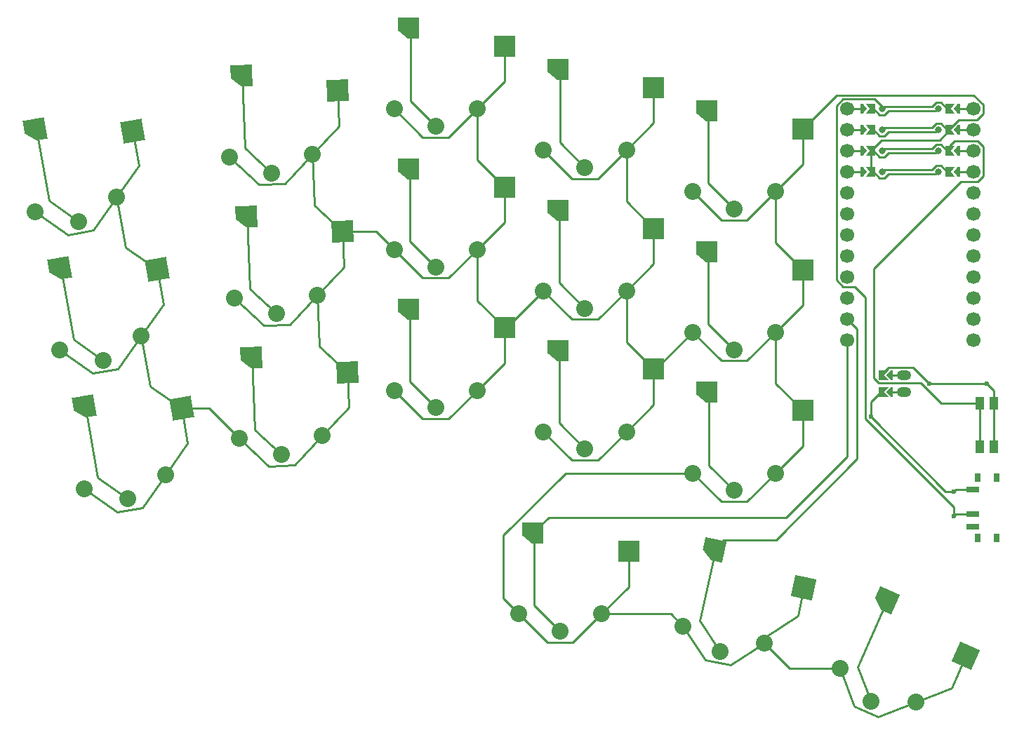
<source format=gbr>
%TF.GenerationSoftware,KiCad,Pcbnew,8.0.1*%
%TF.CreationDate,2024-05-06T14:57:41+03:00*%
%TF.ProjectId,new_ready_splayer_pcb,6e65775f-7265-4616-9479-5f73706c6179,v1.0.0*%
%TF.SameCoordinates,Original*%
%TF.FileFunction,Copper,L2,Bot*%
%TF.FilePolarity,Positive*%
%FSLAX46Y46*%
G04 Gerber Fmt 4.6, Leading zero omitted, Abs format (unit mm)*
G04 Created by KiCad (PCBNEW 8.0.1) date 2024-05-06 14:57:41*
%MOMM*%
%LPD*%
G01*
G04 APERTURE LIST*
G04 Aperture macros list*
%AMRotRect*
0 Rectangle, with rotation*
0 The origin of the aperture is its center*
0 $1 length*
0 $2 width*
0 $3 Rotation angle, in degrees counterclockwise*
0 Add horizontal line*
21,1,$1,$2,0,0,$3*%
%AMFreePoly0*
4,1,6,1.300000,-1.300000,-0.050000,-1.300000,-1.300000,-0.250000,-1.300000,1.300000,1.300000,1.300000,1.300000,-1.300000,1.300000,-1.300000,$1*%
%AMFreePoly1*
4,1,6,0.500000,-0.625000,-0.650000,-0.625000,-0.150000,0.000000,-0.650000,0.625000,0.500000,0.625000,0.500000,-0.625000,0.500000,-0.625000,$1*%
%AMFreePoly2*
4,1,6,0.250000,0.000000,-0.250000,-0.625000,-0.500000,-0.625000,-0.500000,0.625000,-0.250000,0.625000,0.250000,0.000000,0.250000,0.000000,$1*%
%AMFreePoly3*
4,1,6,0.600000,-1.000000,0.000000,-0.400000,-0.600000,-1.000000,-0.600000,0.250000,0.600000,0.250000,0.600000,-1.000000,0.600000,-1.000000,$1*%
%AMFreePoly4*
4,1,6,0.600000,-0.200000,0.600000,-0.400000,-0.600000,-0.400000,-0.600000,-0.200000,0.000000,0.400000,0.600000,-0.200000,0.600000,-0.200000,$1*%
G04 Aperture macros list end*
%TA.AperFunction,ComponentPad*%
%ADD10C,2.032000*%
%TD*%
%TA.AperFunction,SMDPad,CuDef*%
%ADD11FreePoly0,0.000000*%
%TD*%
%TA.AperFunction,SMDPad,CuDef*%
%ADD12R,2.600000X2.600000*%
%TD*%
%TA.AperFunction,ComponentPad*%
%ADD13C,0.600000*%
%TD*%
%TA.AperFunction,SMDPad,CuDef*%
%ADD14FreePoly1,0.000000*%
%TD*%
%TA.AperFunction,ComponentPad*%
%ADD15C,0.800000*%
%TD*%
%TA.AperFunction,SMDPad,CuDef*%
%ADD16FreePoly2,180.000000*%
%TD*%
%TA.AperFunction,ComponentPad*%
%ADD17C,1.700000*%
%TD*%
%TA.AperFunction,SMDPad,CuDef*%
%ADD18FreePoly2,0.000000*%
%TD*%
%TA.AperFunction,SMDPad,CuDef*%
%ADD19FreePoly1,180.000000*%
%TD*%
%TA.AperFunction,SMDPad,CuDef*%
%ADD20R,1.000000X1.550000*%
%TD*%
%TA.AperFunction,SMDPad,CuDef*%
%ADD21R,0.800000X1.000000*%
%TD*%
%TA.AperFunction,SMDPad,CuDef*%
%ADD22R,1.500000X0.700000*%
%TD*%
%TA.AperFunction,SMDPad,CuDef*%
%ADD23FreePoly3,90.000000*%
%TD*%
%TA.AperFunction,ComponentPad*%
%ADD24O,1.750000X1.200000*%
%TD*%
%TA.AperFunction,SMDPad,CuDef*%
%ADD25FreePoly4,90.000000*%
%TD*%
%TA.AperFunction,SMDPad,CuDef*%
%ADD26FreePoly0,10.000000*%
%TD*%
%TA.AperFunction,SMDPad,CuDef*%
%ADD27RotRect,2.600000X2.600000X10.000000*%
%TD*%
%TA.AperFunction,SMDPad,CuDef*%
%ADD28FreePoly0,348.000000*%
%TD*%
%TA.AperFunction,SMDPad,CuDef*%
%ADD29RotRect,2.600000X2.600000X348.000000*%
%TD*%
%TA.AperFunction,SMDPad,CuDef*%
%ADD30FreePoly0,2.000000*%
%TD*%
%TA.AperFunction,SMDPad,CuDef*%
%ADD31RotRect,2.600000X2.600000X2.000000*%
%TD*%
%TA.AperFunction,SMDPad,CuDef*%
%ADD32FreePoly0,336.000000*%
%TD*%
%TA.AperFunction,SMDPad,CuDef*%
%ADD33RotRect,2.600000X2.600000X336.000000*%
%TD*%
%TA.AperFunction,Conductor*%
%ADD34C,0.250000*%
%TD*%
G04 APERTURE END LIST*
D10*
%TO.P,S13,1*%
%TO.N,GND*%
X235659006Y-139705853D03*
D11*
%TO.N,P7*%
X237384006Y-129955853D03*
D10*
%TO.N,GND*%
X245659006Y-139705853D03*
%TO.P,S13,2*%
%TO.N,P7*%
X240659006Y-141805853D03*
D12*
%TO.N,GND*%
X248934006Y-132155853D03*
%TD*%
D13*
%TO.P,REF\u002A\u002A,1*%
%TO.N,GND*%
X271159010Y-128905852D03*
%TD*%
%TO.P,REF\u002A\u002A,1*%
%TO.N,BAT_P*%
X257159008Y-132905853D03*
%TD*%
%TO.P,REF\u002A\u002A,1*%
%TO.N,GND*%
X264159007Y-128905855D03*
%TD*%
%TO.P,REF\u002A\u002A,1*%
%TO.N,RAW*%
X267159010Y-144905855D03*
%TD*%
D14*
%TO.P,MCU1,1*%
%TO.N,P1*%
X257134000Y-95715000D03*
D15*
X265309000Y-95715000D03*
D16*
%TO.N,MCU1_1*%
X267409000Y-95715000D03*
D17*
X269529000Y-95715000D03*
D14*
%TO.P,MCU1,2*%
%TO.N,P0*%
X257134000Y-98255000D03*
D15*
X265309000Y-98255000D03*
D16*
%TO.N,MCU1_2*%
X267409000Y-98255000D03*
D17*
X269529000Y-98255000D03*
D14*
%TO.P,MCU1,3*%
%TO.N,GND*%
X257134000Y-100795000D03*
D15*
X265309000Y-100795000D03*
D16*
%TO.N,MCU1_3*%
X267409000Y-100795000D03*
D17*
X269529000Y-100795000D03*
D14*
%TO.P,MCU1,4*%
%TO.N,GND*%
X257134000Y-103335000D03*
D15*
X265309000Y-103335000D03*
D16*
%TO.N,MCU1_4*%
X267409000Y-103335000D03*
D17*
X269529000Y-103335000D03*
%TO.P,MCU1,5*%
%TO.N,P21*%
X269529000Y-105875000D03*
%TO.P,MCU1,6*%
%TO.N,P20*%
X269529000Y-108415000D03*
%TO.P,MCU1,7*%
%TO.N,P19*%
X269529000Y-110955000D03*
%TO.P,MCU1,8*%
%TO.N,P18*%
X269529000Y-113495000D03*
%TO.P,MCU1,9*%
%TO.N,P15*%
X269529000Y-116035000D03*
%TO.P,MCU1,10*%
%TO.N,P14*%
X269529000Y-118575000D03*
%TO.P,MCU1,11*%
%TO.N,P16*%
X269529000Y-121115000D03*
%TO.P,MCU1,12*%
%TO.N,P10*%
X269529000Y-123655000D03*
%TO.P,MCU1,13*%
%TO.N,P9*%
X254289000Y-123655000D03*
%TO.P,MCU1,14*%
%TO.N,P8*%
X254289000Y-121115000D03*
%TO.P,MCU1,15*%
%TO.N,P7*%
X254289000Y-118575000D03*
%TO.P,MCU1,16*%
%TO.N,P6*%
X254289000Y-116035000D03*
%TO.P,MCU1,17*%
%TO.N,P5*%
X254289000Y-113495000D03*
%TO.P,MCU1,18*%
%TO.N,P4*%
X254289000Y-110955000D03*
%TO.P,MCU1,19*%
%TO.N,P3*%
X254289000Y-108415000D03*
%TO.P,MCU1,20*%
%TO.N,P2*%
X254289000Y-105875000D03*
%TO.P,MCU1,21*%
%TO.N,MCU1_21*%
X254289000Y-103335000D03*
D18*
X256409000Y-103335000D03*
D17*
%TO.P,MCU1,22*%
%TO.N,MCU1_22*%
X254289000Y-100795000D03*
D18*
X256409000Y-100795000D03*
D17*
%TO.P,MCU1,23*%
%TO.N,MCU1_23*%
X254289000Y-98255000D03*
D18*
X256409000Y-98255000D03*
D17*
%TO.P,MCU1,24*%
%TO.N,MCU1_24*%
X254289000Y-95715000D03*
D18*
X256409000Y-95715000D03*
D15*
%TO.P,MCU1,121*%
%TO.N,VCC*%
X258509000Y-103335000D03*
D19*
X266684000Y-103335000D03*
D15*
%TO.P,MCU1,122*%
%TO.N,RST*%
X258509000Y-100795000D03*
D19*
X266684000Y-100795000D03*
D15*
%TO.P,MCU1,123*%
%TO.N,GND*%
X258509000Y-98255000D03*
D19*
X266684000Y-98255000D03*
D15*
%TO.P,MCU1,124*%
%TO.N,RAW*%
X258509000Y-95715000D03*
D19*
X266684000Y-95715000D03*
%TD*%
D20*
%TO.P,RST1,1*%
%TO.N,GND*%
X272009009Y-131280853D03*
%TO.P,RST1,2*%
%TO.N,RST*%
X270309009Y-131280853D03*
%TO.P,RST1,3*%
%TO.N,GND*%
X272009009Y-136530853D03*
%TO.P,RST1,4*%
%TO.N,RST*%
X270309009Y-136530853D03*
%TD*%
D21*
%TO.P,PWR1,*%
%TO.N,*%
X270074008Y-147555851D03*
X270074009Y-140255851D03*
X272284008Y-140255852D03*
X272284009Y-147555852D03*
D22*
%TO.P,PWR1,1*%
%TO.N,BAT_P*%
X269424009Y-141655852D03*
%TO.P,PWR1,2*%
%TO.N,RAW*%
X269424009Y-144655853D03*
%TO.P,PWR1,3*%
%TO.N,N/C*%
X269424008Y-146155852D03*
%TD*%
D23*
%TO.P,JST1,1*%
%TO.N,BAT_P*%
X258343007Y-129905850D03*
%TO.P,JST1,2*%
%TO.N,GND*%
X258343007Y-127905850D03*
D24*
%TO.P,JST1,11*%
%TO.N,JST1_1*%
X261159006Y-127905850D03*
%TO.P,JST1,12*%
%TO.N,JST1_2*%
X261159008Y-129905850D03*
D25*
%TO.P,JST1,31*%
%TO.N,JST1_1*%
X259359006Y-127905851D03*
%TO.P,JST1,32*%
%TO.N,JST1_2*%
X259359007Y-129905850D03*
%TD*%
D13*
%TO.P,REF\u002A\u002A,1*%
%TO.N,BAT_P*%
X267159009Y-141905852D03*
%TD*%
D10*
%TO.P,S1,1*%
%TO.N,GND*%
X162232044Y-141618983D03*
D26*
%TO.N,P16*%
X162237768Y-131717565D03*
D10*
%TO.N,GND*%
X172080122Y-139882502D03*
%TO.P,S1,2*%
%TO.N,P16*%
X167520744Y-142818839D03*
D27*
%TO.N,GND*%
X173994323Y-131878505D03*
%TD*%
D10*
%TO.P,S15,1*%
%TO.N,GND*%
X235659009Y-105705854D03*
D11*
%TO.N,P3*%
X237384009Y-95955854D03*
D10*
%TO.N,GND*%
X245659009Y-105705854D03*
%TO.P,S15,2*%
%TO.N,P3*%
X240659009Y-107805854D03*
D12*
%TO.N,GND*%
X248934009Y-98155854D03*
%TD*%
D10*
%TO.P,S3,1*%
%TO.N,GND*%
X156328007Y-108135522D03*
D26*
%TO.N,P21*%
X156333731Y-98234104D03*
D10*
%TO.N,GND*%
X166176085Y-106399041D03*
%TO.P,S3,2*%
%TO.N,P21*%
X161616707Y-109335378D03*
D27*
%TO.N,GND*%
X168090286Y-98395044D03*
%TD*%
D10*
%TO.P,S8,1*%
%TO.N,GND*%
X199659010Y-112705851D03*
D11*
%TO.N,P20*%
X201384010Y-102955851D03*
D10*
%TO.N,GND*%
X209659010Y-112705851D03*
%TO.P,S8,2*%
%TO.N,P20*%
X204659010Y-114805851D03*
D12*
%TO.N,GND*%
X212934010Y-105155851D03*
%TD*%
D10*
%TO.P,S17,1*%
%TO.N,GND*%
X234496827Y-158163283D03*
D28*
%TO.N,P8*%
X238211270Y-148984992D03*
D10*
%TO.N,GND*%
X244278303Y-160242401D03*
%TO.P,S17,2*%
%TO.N,P8*%
X238950950Y-161256953D03*
D29*
%TO.N,GND*%
X249051469Y-153538298D03*
%TD*%
D10*
%TO.P,S5,1*%
%TO.N,GND*%
X180387454Y-118548436D03*
D30*
%TO.N,P18*%
X181771133Y-108744173D03*
D10*
%TO.N,GND*%
X190381362Y-118199441D03*
%TO.P,S5,2*%
%TO.N,P18*%
X185457696Y-120472659D03*
D31*
%TO.N,GND*%
X193390876Y-110539744D03*
%TD*%
D10*
%TO.P,S9,1*%
%TO.N,GND*%
X199659008Y-95705853D03*
D11*
%TO.N,P1*%
X201384008Y-85955853D03*
D10*
%TO.N,GND*%
X209659008Y-95705853D03*
%TO.P,S9,2*%
%TO.N,P1*%
X204659008Y-97805853D03*
D12*
%TO.N,GND*%
X212934008Y-88155853D03*
%TD*%
D10*
%TO.P,S14,1*%
%TO.N,GND*%
X235659011Y-122705855D03*
D11*
%TO.N,P5*%
X237384011Y-112955855D03*
D10*
%TO.N,GND*%
X245659011Y-122705855D03*
%TO.P,S14,2*%
%TO.N,P5*%
X240659011Y-124805855D03*
D12*
%TO.N,GND*%
X248934011Y-115155855D03*
%TD*%
D10*
%TO.P,S7,1*%
%TO.N,GND*%
X199659009Y-129705852D03*
D11*
%TO.N,P19*%
X201384009Y-119955852D03*
D10*
%TO.N,GND*%
X209659009Y-129705852D03*
%TO.P,S7,2*%
%TO.N,P19*%
X204659009Y-131805852D03*
D12*
%TO.N,GND*%
X212934009Y-122155852D03*
%TD*%
D10*
%TO.P,S12,1*%
%TO.N,GND*%
X217659012Y-100705853D03*
D11*
%TO.N,P2*%
X219384012Y-90955853D03*
D10*
%TO.N,GND*%
X227659012Y-100705853D03*
%TO.P,S12,2*%
%TO.N,P2*%
X222659012Y-102805853D03*
D12*
%TO.N,GND*%
X230934012Y-93155853D03*
%TD*%
D10*
%TO.P,S2,1*%
%TO.N,GND*%
X159280029Y-124877254D03*
D26*
%TO.N,P15*%
X159285753Y-114975836D03*
D10*
%TO.N,GND*%
X169128107Y-123140773D03*
%TO.P,S2,2*%
%TO.N,P15*%
X164568729Y-126077110D03*
D27*
%TO.N,GND*%
X171042308Y-115136776D03*
%TD*%
D10*
%TO.P,S11,1*%
%TO.N,GND*%
X217659006Y-117705854D03*
D11*
%TO.N,P4*%
X219384006Y-107955854D03*
D10*
%TO.N,GND*%
X227659006Y-117705854D03*
%TO.P,S11,2*%
%TO.N,P4*%
X222659006Y-119805854D03*
D12*
%TO.N,GND*%
X230934006Y-110155854D03*
%TD*%
D10*
%TO.P,S18,1*%
%TO.N,GND*%
X253413402Y-163267109D03*
D32*
%TO.N,P10*%
X258954951Y-155061661D03*
D10*
%TO.N,GND*%
X262548857Y-167334475D03*
%TO.P,S18,2*%
%TO.N,P10*%
X257126983Y-167219237D03*
D33*
%TO.N,GND*%
X268611580Y-161769269D03*
%TD*%
D10*
%TO.P,S16,1*%
%TO.N,GND*%
X214659008Y-156705851D03*
D11*
%TO.N,P9*%
X216384008Y-146955851D03*
D10*
%TO.N,GND*%
X224659008Y-156705851D03*
%TO.P,S16,2*%
%TO.N,P9*%
X219659008Y-158805851D03*
D12*
%TO.N,GND*%
X227934008Y-149155851D03*
%TD*%
D10*
%TO.P,S6,1*%
%TO.N,GND*%
X179794164Y-101558794D03*
D30*
%TO.N,P0*%
X181177843Y-91754531D03*
D10*
%TO.N,GND*%
X189788072Y-101209799D03*
%TO.P,S6,2*%
%TO.N,P0*%
X184864406Y-103483017D03*
D31*
%TO.N,GND*%
X192797586Y-93550102D03*
%TD*%
D10*
%TO.P,S10,1*%
%TO.N,GND*%
X217659009Y-134705852D03*
D11*
%TO.N,P6*%
X219384009Y-124955852D03*
D10*
%TO.N,GND*%
X227659009Y-134705852D03*
%TO.P,S10,2*%
%TO.N,P6*%
X222659009Y-136805852D03*
D12*
%TO.N,GND*%
X230934009Y-127155852D03*
%TD*%
D10*
%TO.P,S4,1*%
%TO.N,GND*%
X180980745Y-135538080D03*
D30*
%TO.N,P14*%
X182364424Y-125733817D03*
D10*
%TO.N,GND*%
X190974653Y-135189085D03*
%TO.P,S4,2*%
%TO.N,P14*%
X186050987Y-137462303D03*
D31*
%TO.N,GND*%
X193984167Y-127529388D03*
%TD*%
D34*
%TO.N,GND*%
X265439000Y-99500000D02*
X266684000Y-98255000D01*
X258429000Y-99500000D02*
X265439000Y-99500000D01*
X257134000Y-100795000D02*
X258429000Y-99500000D01*
X257134000Y-103335000D02*
X257134000Y-100795000D01*
%TO.N,RAW*%
X257550692Y-94540000D02*
X258509000Y-95498308D01*
X253802299Y-94540000D02*
X257550692Y-94540000D01*
X253000000Y-95342299D02*
X253802299Y-94540000D01*
X253000000Y-116407701D02*
X253000000Y-95342299D01*
X255210001Y-117210000D02*
X253802299Y-117210000D01*
X256500000Y-118499999D02*
X255210001Y-117210000D01*
X258509000Y-95498308D02*
X258509000Y-95715000D01*
X253802299Y-117210000D02*
X253000000Y-116407701D01*
X256500000Y-133130729D02*
X256500000Y-118499999D01*
X267159010Y-143789739D02*
X256500000Y-133130729D01*
X267159010Y-144905855D02*
X267159010Y-143789739D01*
%TO.N,P8*%
X255500000Y-138000000D02*
X255500000Y-122326000D01*
X245709096Y-147790904D02*
X255500000Y-138000000D01*
X255500000Y-122326000D02*
X254289000Y-121115000D01*
X239405358Y-147790904D02*
X245709096Y-147790904D01*
X238211270Y-148984992D02*
X239405358Y-147790904D01*
%TO.N,P9*%
X254289000Y-137711000D02*
X254289000Y-123655000D01*
X246919149Y-145080851D02*
X254289000Y-137711000D01*
X218259008Y-145080851D02*
X246919149Y-145080851D01*
X216384008Y-146955851D02*
X218259008Y-145080851D01*
%TO.N,GND*%
X220294147Y-139705853D02*
X235659006Y-139705853D01*
X212784009Y-147215991D02*
X220294147Y-139705853D01*
X212784009Y-154830852D02*
X212784009Y-147215991D01*
X214659008Y-156705851D02*
X212784009Y-154830852D01*
%TO.N,RST*%
X266684000Y-100165000D02*
X266684000Y-100795000D01*
X267229000Y-99620000D02*
X266684000Y-100165000D01*
X270015701Y-99620000D02*
X267229000Y-99620000D01*
X270704000Y-100308299D02*
X270015701Y-99620000D01*
X270704000Y-103821701D02*
X270704000Y-100308299D01*
X270015701Y-104510000D02*
X270704000Y-103821701D01*
X267990000Y-104510000D02*
X270015701Y-104510000D01*
X258092737Y-128830850D02*
X257500000Y-128238113D01*
X257500000Y-115000000D02*
X267990000Y-104510000D01*
X263200118Y-128830850D02*
X258092737Y-128830850D01*
X265650121Y-131280853D02*
X263200118Y-128830850D01*
X257500000Y-128238113D02*
X257500000Y-115000000D01*
X270309009Y-131280853D02*
X265650121Y-131280853D01*
%TO.N,GND*%
X266684000Y-98138353D02*
X266684000Y-98255000D01*
X267742353Y-97080000D02*
X266684000Y-98138353D01*
X270704000Y-96296000D02*
X269920000Y-97080000D01*
X270704000Y-95228299D02*
X270704000Y-96296000D01*
X269920000Y-97080000D02*
X267742353Y-97080000D01*
X269565701Y-94090000D02*
X270704000Y-95228299D01*
X252999863Y-94090000D02*
X269565701Y-94090000D01*
X248934009Y-98155854D02*
X252999863Y-94090000D01*
%TO.N,BAT_P*%
X257159008Y-131089849D02*
X258343007Y-129905850D01*
X257159008Y-132905853D02*
X257159008Y-131089849D01*
X266159007Y-141905852D02*
X257159008Y-132905853D01*
X267159009Y-141905852D02*
X266159007Y-141905852D01*
X267409009Y-141655852D02*
X267159009Y-141905852D01*
X269424009Y-141655852D02*
X267409009Y-141655852D01*
%TO.N,RAW*%
X267409012Y-144655853D02*
X267159010Y-144905855D01*
X269424009Y-144655853D02*
X267409012Y-144655853D01*
%TO.N,RST*%
X270309009Y-131280853D02*
X270309009Y-136530853D01*
%TO.N,GND*%
X259268007Y-126980850D02*
X258343007Y-127905850D01*
X262234002Y-126980850D02*
X259268007Y-126980850D01*
X264159007Y-128905855D02*
X262234002Y-126980850D01*
X264159010Y-128905852D02*
X264159007Y-128905855D01*
X271159010Y-128905852D02*
X264159010Y-128905852D01*
X272009009Y-129755851D02*
X271159010Y-128905852D01*
X272009009Y-131280853D02*
X272009009Y-129755851D01*
X272009009Y-131280853D02*
X272009009Y-136530853D01*
X245659009Y-111880853D02*
X248934011Y-115155855D01*
X245659009Y-105705854D02*
X245659009Y-111880853D01*
X245659011Y-128880858D02*
X248934006Y-132155853D01*
X245659011Y-122705855D02*
X245659011Y-128880858D01*
X227659006Y-123880849D02*
X230934009Y-127155852D01*
X227659006Y-117705854D02*
X227659006Y-123880849D01*
X227659012Y-106880860D02*
X230934006Y-110155854D01*
X227659012Y-100705853D02*
X227659012Y-106880860D01*
%TO.N,P16*%
X163900571Y-140283968D02*
X167520744Y-142818841D01*
X162411538Y-131839243D02*
X163900571Y-140283968D01*
X162237768Y-131717567D02*
X162411538Y-131839243D01*
%TO.N,GND*%
X266684009Y-98254851D02*
X266334315Y-98254852D01*
X186469258Y-104768792D02*
X183353158Y-104877608D01*
X168090287Y-98395043D02*
X168832631Y-102605096D01*
X221100009Y-138146852D02*
X224218009Y-138146852D01*
X268611580Y-161769270D02*
X266872783Y-165674676D01*
X203100008Y-99146853D02*
X206218008Y-99146853D01*
X239100011Y-126146855D02*
X242218011Y-126146855D01*
X187655837Y-138748078D02*
X190974651Y-135189085D01*
X239100006Y-143146853D02*
X235659006Y-139705853D01*
X248934011Y-115155855D02*
X248934011Y-119430855D01*
X203100009Y-133146852D02*
X199659009Y-129705852D01*
X160314257Y-110926723D02*
X156328007Y-108135520D01*
X166176085Y-106399040D02*
X163384883Y-110385288D01*
X227659006Y-117705854D02*
X224218006Y-121146854D01*
X218100008Y-160146851D02*
X221218008Y-160146851D01*
X248934006Y-136430853D02*
X245659006Y-139705853D01*
X242218009Y-109146854D02*
X245659009Y-105705854D01*
X230934012Y-97430853D02*
X227659012Y-100705853D01*
X224218012Y-104146853D02*
X221100012Y-104146853D01*
X190003578Y-107381038D02*
X193390876Y-110539744D01*
X171784654Y-119346830D02*
X169128106Y-123140775D01*
X244438482Y-159488804D02*
X244278299Y-160242403D01*
X258208703Y-101519852D02*
X258809319Y-101519852D01*
X258208703Y-104059852D02*
X258809312Y-104059852D01*
X257134009Y-103334852D02*
X257483705Y-103334853D01*
X235659011Y-122705855D02*
X239100011Y-126146855D01*
X248934009Y-102430854D02*
X245659009Y-105705854D01*
X187062546Y-121758434D02*
X183946445Y-121867251D01*
X212934009Y-126430852D02*
X209659009Y-129705852D01*
X221218008Y-160146851D02*
X224659008Y-156705851D01*
X224218006Y-121146854D02*
X221100006Y-121146854D01*
X189788073Y-101209799D02*
X190003578Y-107381038D01*
X197492903Y-110539744D02*
X199659010Y-112705851D01*
X193390876Y-110539744D02*
X197492903Y-110539744D01*
X193390876Y-110539744D02*
X193540071Y-114812140D01*
X249051470Y-153538301D02*
X248322829Y-156966280D01*
X169288923Y-143868750D02*
X172080122Y-139882505D01*
X214659008Y-156705851D02*
X218100008Y-160146851D01*
X212934008Y-92430853D02*
X209659008Y-95705853D01*
X234496824Y-158163284D02*
X237147208Y-162244518D01*
X173994325Y-131878507D02*
X174736670Y-136088560D01*
X259304315Y-101024853D02*
X265079006Y-101024850D01*
X193984167Y-127529388D02*
X194133359Y-131801784D01*
X163266279Y-127668456D02*
X166336905Y-127127022D01*
X221100006Y-121146854D02*
X217659006Y-117705854D01*
X212934010Y-109430851D02*
X209659010Y-112705851D01*
X212934009Y-122155852D02*
X213209008Y-122155852D01*
X190381361Y-118199441D02*
X187062546Y-121758434D01*
X257483705Y-103334853D02*
X258208703Y-104059852D01*
X230934009Y-127155852D02*
X231209014Y-127155852D01*
X227659012Y-100705853D02*
X224218012Y-104146853D01*
X248934009Y-98155854D02*
X248934009Y-102430854D01*
X166218295Y-144410185D02*
X169288923Y-143868750D01*
X174736670Y-136088560D02*
X172080122Y-139882505D01*
X166176085Y-106399040D02*
X167248361Y-112480226D01*
X240197068Y-162892784D02*
X244278299Y-160242403D01*
X242218011Y-126146855D02*
X245659011Y-122705855D01*
X173994323Y-131878505D02*
X177321170Y-131878505D01*
X199659010Y-112705851D02*
X203100010Y-116146851D01*
X257134010Y-100794851D02*
X257483706Y-100794854D01*
X230934006Y-110155854D02*
X230934006Y-114430854D01*
X247303011Y-163267109D02*
X253413402Y-163267109D01*
X212934010Y-105155851D02*
X212934010Y-109430851D01*
X171042308Y-115136776D02*
X171784654Y-119346830D01*
X209659010Y-118880853D02*
X212934009Y-122155852D01*
X168832631Y-102605096D02*
X166176085Y-106399040D01*
X162232046Y-141618983D02*
X166218295Y-144410185D01*
X258005763Y-169078404D02*
X262548854Y-167334475D01*
X233039395Y-156705851D02*
X234496827Y-158163283D01*
X235659009Y-105705854D02*
X239100009Y-109146854D01*
X192797587Y-93550101D02*
X192946783Y-97822498D01*
X231209014Y-127155852D02*
X235659011Y-122705855D01*
X193540071Y-114812140D02*
X190381361Y-118199441D01*
X183946445Y-121867251D02*
X180387453Y-118548436D01*
X227934008Y-149155851D02*
X227934008Y-153430851D01*
X230934006Y-114430854D02*
X227659006Y-117705854D01*
X248322829Y-156966280D02*
X244438482Y-159488804D01*
X209659008Y-101880849D02*
X212934010Y-105155851D01*
X209659009Y-129705852D02*
X206218009Y-133146852D01*
X230934009Y-131430852D02*
X227659009Y-134705852D01*
X242218006Y-143146853D02*
X239100006Y-143146853D01*
X194133359Y-131801784D02*
X190974651Y-135189085D01*
X257483706Y-100794854D02*
X258208703Y-101519852D01*
X259304314Y-103564853D02*
X265079013Y-103564851D01*
X224659008Y-156705851D02*
X233039395Y-156705851D01*
X163384883Y-110385288D02*
X160314257Y-110926723D01*
X248934011Y-119430855D02*
X245659011Y-122705855D01*
X227934008Y-153430851D02*
X224659008Y-156705851D01*
X265609312Y-97529852D02*
X265008704Y-97529850D01*
X183353158Y-104877608D02*
X179794165Y-101558793D01*
X190381361Y-118199441D02*
X190596865Y-124370680D01*
X169128106Y-123140775D02*
X170200382Y-129221959D01*
X190596865Y-124370680D02*
X193984167Y-127529388D01*
X206218008Y-99146853D02*
X209659008Y-95705853D01*
X258809319Y-101519852D02*
X259304315Y-101024853D01*
X192946783Y-97822498D02*
X189788073Y-101209799D01*
X237147208Y-162244518D02*
X240197068Y-162892784D01*
X221100012Y-104146853D02*
X217659012Y-100705853D01*
X258809312Y-104059852D02*
X259304314Y-103564853D01*
X265008704Y-97529850D02*
X264503703Y-98034852D01*
X203100010Y-116146851D02*
X206218010Y-116146851D01*
X184539738Y-138856894D02*
X187655837Y-138748078D01*
X248934006Y-132155853D02*
X248934006Y-136430853D01*
X244278303Y-160242401D02*
X247303011Y-163267109D01*
X170200382Y-129221959D02*
X173994325Y-131878507D01*
X189788073Y-101209799D02*
X186469258Y-104768792D01*
X159280028Y-124877254D02*
X163266279Y-127668456D01*
X245659006Y-139705853D02*
X242218006Y-143146853D01*
X212934008Y-88155853D02*
X212934008Y-92430853D01*
X266872783Y-165674676D02*
X262548854Y-167334475D01*
X180980743Y-135538080D02*
X184539738Y-138856894D01*
X266334315Y-98254852D02*
X265609312Y-97529852D01*
X209659008Y-95705853D02*
X209659008Y-101880849D01*
X255157334Y-167810202D02*
X258005763Y-169078404D01*
X230934009Y-127155852D02*
X230934009Y-131430852D01*
X166336905Y-127127022D02*
X169128106Y-123140775D01*
X199659008Y-95705853D02*
X203100008Y-99146853D01*
X213209008Y-122155852D02*
X217659006Y-117705854D01*
X206218009Y-133146852D02*
X203100009Y-133146852D01*
X239100009Y-109146854D02*
X242218009Y-109146854D01*
X217659009Y-134705852D02*
X221100009Y-138146852D01*
X264503703Y-98034852D02*
X258729010Y-98034851D01*
X177321170Y-131878505D02*
X180980745Y-135538080D01*
X253413405Y-163267112D02*
X255157334Y-167810202D01*
X209659010Y-112705851D02*
X209659010Y-118880853D01*
X167248361Y-112480226D02*
X171042308Y-115136776D01*
X230934012Y-93155853D02*
X230934012Y-97430853D01*
X212934009Y-122155852D02*
X212934009Y-126430852D01*
X224218009Y-138146852D02*
X227659009Y-134705852D01*
X206218010Y-116146851D02*
X209659010Y-112705851D01*
%TO.N,P15*%
X159459521Y-115097512D02*
X160948553Y-123542238D01*
X160948553Y-123542238D02*
X164568730Y-126077111D01*
X159285752Y-114975837D02*
X159459521Y-115097512D01*
%TO.N,P21*%
X156333731Y-98234105D02*
X156507500Y-98355778D01*
X157996533Y-106800504D02*
X161616708Y-109335378D01*
X156507500Y-98355778D02*
X157996533Y-106800504D01*
%TO.N,P14*%
X182519566Y-125878491D02*
X182818829Y-134448269D01*
X182818829Y-134448269D02*
X186050985Y-137462303D01*
X182364423Y-125733818D02*
X182519566Y-125878491D01*
%TO.N,P18*%
X181926276Y-108888847D02*
X182225538Y-117458625D01*
X182225538Y-117458625D02*
X185457695Y-120472658D01*
X181771132Y-108744174D02*
X181926276Y-108888847D01*
%TO.N,P0*%
X258809314Y-98979854D02*
X259304315Y-98484851D01*
X181332988Y-91899205D02*
X181632253Y-100468981D01*
X258208703Y-98979852D02*
X258809314Y-98979854D01*
X181632253Y-100468981D02*
X184864406Y-103483016D01*
X181177843Y-91754531D02*
X181332988Y-91899205D01*
X259304315Y-98484851D02*
X265079007Y-98484852D01*
X257483704Y-98254853D02*
X258208703Y-98979852D01*
X257134008Y-98254852D02*
X257483704Y-98254853D01*
%TO.N,P19*%
X201534010Y-120105853D02*
X201534010Y-128680853D01*
X201534010Y-128680853D02*
X204659009Y-131805852D01*
X201384009Y-119955852D02*
X201534010Y-120105853D01*
%TO.N,P20*%
X201534011Y-103105852D02*
X201534011Y-111680852D01*
X201534011Y-111680852D02*
X204659010Y-114805851D01*
X201384010Y-102955851D02*
X201534011Y-103105852D01*
%TO.N,P1*%
X258208703Y-96439854D02*
X258809314Y-96439853D01*
X201643501Y-86215346D02*
X201643501Y-94790346D01*
X201643501Y-94790346D02*
X204659008Y-97805853D01*
X201384008Y-85955853D02*
X201643501Y-86215346D01*
X258809314Y-96439853D02*
X259304314Y-95944853D01*
X257483701Y-95714852D02*
X258208703Y-96439854D01*
X259304314Y-95944853D02*
X265079013Y-95944853D01*
X257134008Y-95714851D02*
X257483701Y-95714852D01*
%TO.N,P6*%
X219534010Y-125105853D02*
X219534010Y-133680853D01*
X219384009Y-124955852D02*
X219534010Y-125105853D01*
X219534010Y-133680853D02*
X222659009Y-136805852D01*
%TO.N,P4*%
X219534007Y-116680855D02*
X222659006Y-119805854D01*
X219384006Y-107955854D02*
X219534007Y-108105855D01*
X219534007Y-108105855D02*
X219534007Y-116680855D01*
%TO.N,P2*%
X219643505Y-91215346D02*
X219643505Y-99790346D01*
X219643505Y-99790346D02*
X222659012Y-102805853D01*
X219384012Y-90955853D02*
X219643505Y-91215346D01*
%TO.N,P7*%
X237643499Y-130215346D02*
X237643499Y-138790346D01*
X237643499Y-138790346D02*
X240659006Y-141805853D01*
X237384006Y-129955853D02*
X237643499Y-130215346D01*
%TO.N,P5*%
X237384011Y-112955855D02*
X237534012Y-113105856D01*
X237534012Y-121680856D02*
X240659011Y-124805855D01*
X237534012Y-113105856D02*
X237534012Y-121680856D01*
%TO.N,P3*%
X237534010Y-96105855D02*
X237534010Y-104680855D01*
X237384009Y-95955854D02*
X237534010Y-96105855D01*
X237534010Y-104680855D02*
X240659009Y-107805854D01*
%TO.N,P9*%
X216384008Y-146955851D02*
X216534009Y-147105852D01*
X216534009Y-155680852D02*
X219659008Y-158805851D01*
X216534009Y-147105852D02*
X216534009Y-155680852D01*
%TO.N,P8*%
X238211268Y-148984992D02*
X238326804Y-149162904D01*
X236543959Y-157550519D02*
X238950947Y-161256957D01*
X238326804Y-149162904D02*
X236543959Y-157550519D01*
%TO.N,P10*%
X259030971Y-155259699D02*
X255543201Y-163093357D01*
X255543201Y-163093357D02*
X257126982Y-167219239D01*
X258954950Y-155061661D02*
X259030971Y-155259699D01*
%TO.N,RAW*%
X266334313Y-95714852D02*
X265609314Y-94989854D01*
X265609314Y-94989854D02*
X265008705Y-94989852D01*
X266684010Y-95714853D02*
X266334313Y-95714852D01*
X265008705Y-94989852D02*
X264503702Y-95494853D01*
X264503702Y-95494853D02*
X258729007Y-95494854D01*
%TO.N,RST*%
X264503706Y-100574852D02*
X258729008Y-100574853D01*
X266334313Y-100794852D02*
X265609317Y-100069851D01*
X266684009Y-100794855D02*
X266334313Y-100794852D01*
X265609317Y-100069851D02*
X265008705Y-100069851D01*
X265008705Y-100069851D02*
X264503706Y-100574852D01*
%TO.N,VCC*%
X265609316Y-102609854D02*
X265008703Y-102609854D01*
X264503703Y-103114852D02*
X258729009Y-103114852D01*
X265008703Y-102609854D02*
X264503703Y-103114852D01*
X266684009Y-103334852D02*
X266334315Y-103334853D01*
X266334315Y-103334853D02*
X265609316Y-102609854D01*
%TO.N,MCU1_24*%
X254289009Y-95714853D02*
X256409008Y-95714851D01*
%TO.N,MCU1_1*%
X269529009Y-95714852D02*
X267409009Y-95714851D01*
%TO.N,MCU1_23*%
X254289008Y-98254852D02*
X256409011Y-98254853D01*
%TO.N,MCU1_2*%
X269529011Y-98254853D02*
X267409010Y-98254851D01*
%TO.N,MCU1_22*%
X254289011Y-100794851D02*
X256409010Y-100794851D01*
%TO.N,MCU1_3*%
X269529009Y-100794851D02*
X267409009Y-100794853D01*
%TO.N,MCU1_21*%
X254289011Y-103334852D02*
X256409009Y-103334851D01*
%TO.N,MCU1_4*%
X269529008Y-103334853D02*
X267409008Y-103334852D01*
%TO.N,JST1_1*%
X259359011Y-127905852D02*
X261159008Y-127905854D01*
%TO.N,JST1_2*%
X259359013Y-129905853D02*
X261159007Y-129905850D01*
%TD*%
M02*

</source>
